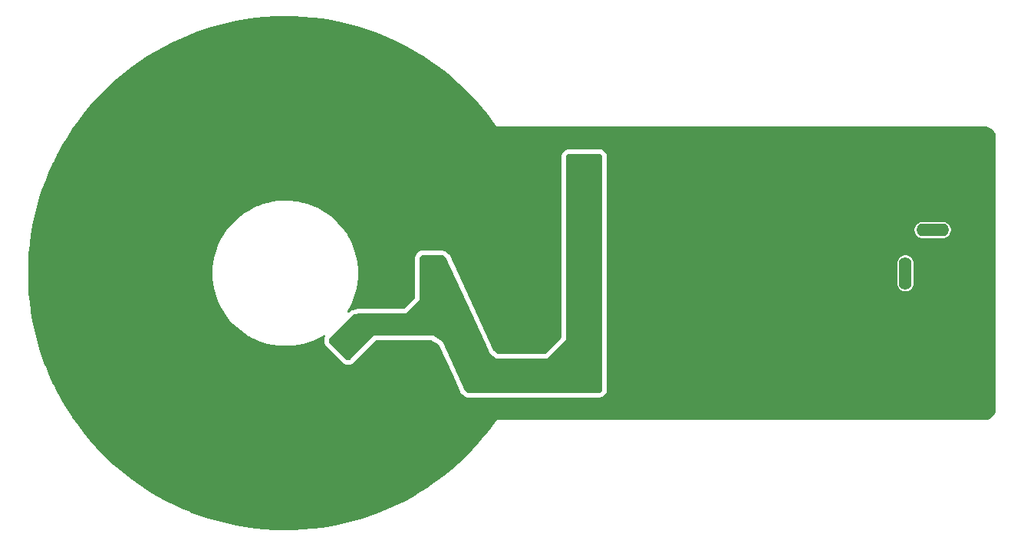
<source format=gbl>
G04 #@! TF.GenerationSoftware,KiCad,Pcbnew,7.0.10*
G04 #@! TF.CreationDate,2024-05-27T20:12:39-07:00*
G04 #@! TF.ProjectId,K40-LED_PCB,4b34302d-4c45-4445-9f50-43422e6b6963,rev?*
G04 #@! TF.SameCoordinates,Original*
G04 #@! TF.FileFunction,Copper,L2,Bot*
G04 #@! TF.FilePolarity,Positive*
%FSLAX46Y46*%
G04 Gerber Fmt 4.6, Leading zero omitted, Abs format (unit mm)*
G04 Created by KiCad (PCBNEW 7.0.10) date 2024-05-27 20:12:39*
%MOMM*%
%LPD*%
G01*
G04 APERTURE LIST*
G04 #@! TA.AperFunction,ComponentPad*
%ADD10C,0.400000*%
G04 #@! TD*
G04 #@! TA.AperFunction,ComponentPad*
%ADD11O,1.400000X3.600000*%
G04 #@! TD*
G04 #@! TA.AperFunction,ComponentPad*
%ADD12O,3.600000X1.400000*%
G04 #@! TD*
G04 #@! TA.AperFunction,ViaPad*
%ADD13C,0.800000*%
G04 #@! TD*
G04 APERTURE END LIST*
D10*
X108749200Y-90006100D03*
X108749200Y-90606100D03*
X108749200Y-91206100D03*
X108749200Y-91806100D03*
X108749200Y-92406100D03*
X108749200Y-93006100D03*
X108749200Y-93606100D03*
X109448700Y-90006100D03*
X109448700Y-90606100D03*
X109448700Y-91206100D03*
X109448700Y-91806100D03*
X109448700Y-92406100D03*
X109448700Y-93006100D03*
X109448700Y-93606100D03*
X133336721Y-83415478D03*
X132912457Y-82991214D03*
X132488193Y-82566950D03*
X132063929Y-82142686D03*
X131639665Y-81718422D03*
X131215401Y-81294158D03*
X130791137Y-80869894D03*
X131993572Y-83061571D03*
X131569308Y-82637307D03*
X131145044Y-82213043D03*
X132842100Y-83910100D03*
X132417836Y-83485836D03*
X130720779Y-81788779D03*
X130296515Y-81364515D03*
X124206100Y-78144300D03*
X123606100Y-78144300D03*
X123006100Y-78144300D03*
X122406100Y-78144300D03*
X121806100Y-78144300D03*
X121206100Y-78144300D03*
X120606100Y-78144300D03*
X124206100Y-78843800D03*
X123606100Y-78843800D03*
X123006100Y-78843800D03*
X122406100Y-78843800D03*
X121806100Y-78843800D03*
X121206100Y-78843800D03*
X120606100Y-78843800D03*
X120602700Y-105456000D03*
X121202700Y-105456000D03*
X121802700Y-105456000D03*
X122402700Y-105456000D03*
X123002700Y-105456000D03*
X123602700Y-105456000D03*
X124202700Y-105456000D03*
X120602700Y-104756500D03*
X121202700Y-104756500D03*
X121802700Y-104756500D03*
X122402700Y-104756500D03*
X123002700Y-104756500D03*
X123602700Y-104756500D03*
X124202700Y-104756500D03*
X130778021Y-102730405D03*
X131202285Y-102306141D03*
X131626549Y-101881877D03*
X132050813Y-101457613D03*
X132475077Y-101033349D03*
X132899341Y-100609085D03*
X133323605Y-100184821D03*
X131131928Y-101387256D03*
X131556192Y-100962992D03*
X131980456Y-100538728D03*
X130283399Y-102235784D03*
X130707663Y-101811520D03*
X132404720Y-100114463D03*
X132828984Y-99690199D03*
X114027379Y-80888595D03*
X113603115Y-81312859D03*
X113178851Y-81737123D03*
X112754587Y-82161387D03*
X112330323Y-82585651D03*
X111906059Y-83009915D03*
X111481795Y-83434179D03*
X113673472Y-82231744D03*
X113249208Y-82656008D03*
X112824944Y-83080272D03*
X114522001Y-81383216D03*
X114097737Y-81807480D03*
X112400680Y-83504537D03*
X111976416Y-83928801D03*
X111481795Y-100184821D03*
X111906059Y-100609085D03*
X112330323Y-101033349D03*
X112754587Y-101457613D03*
X113178851Y-101881877D03*
X113603115Y-102306141D03*
X114027379Y-102730405D03*
X112824944Y-100538728D03*
X113249208Y-100962992D03*
X113673472Y-101387256D03*
X111976416Y-99690199D03*
X112400680Y-100114463D03*
X114097737Y-101811520D03*
X114522001Y-102235784D03*
X136056200Y-93609600D03*
X136056200Y-93009600D03*
X136056200Y-92409600D03*
X136056200Y-91809600D03*
X136056200Y-91209600D03*
X136056200Y-90609600D03*
X136056200Y-90009600D03*
X135356700Y-93609600D03*
X135356700Y-93009600D03*
X135356700Y-92409600D03*
X135356700Y-91809600D03*
X135356700Y-91209600D03*
X135356700Y-90609600D03*
X135356700Y-90009600D03*
D11*
X190842300Y-91827000D03*
X197092300Y-91827000D03*
D12*
X193842300Y-87027000D03*
D13*
X179501800Y-81534000D03*
X182041800Y-81534000D03*
X180771800Y-81534000D03*
X156641800Y-81534000D03*
X129794000Y-97459800D03*
X154101800Y-81534000D03*
X155371800Y-81534000D03*
X128930400Y-98323400D03*
X128041400Y-99212400D03*
G04 #@! TA.AperFunction,Conductor*
G36*
X157157477Y-78647685D02*
G01*
X157178119Y-78664319D01*
X157355481Y-78841681D01*
X157388966Y-78903004D01*
X157391800Y-78929362D01*
X157391800Y-104715238D01*
X157372115Y-104782277D01*
X157355481Y-104802919D01*
X157178119Y-104980281D01*
X157116796Y-105013766D01*
X157090438Y-105016600D01*
X153351800Y-105016600D01*
X153103380Y-105016879D01*
X153101833Y-105016880D01*
X147834000Y-105022800D01*
X145701629Y-105025195D01*
X142602675Y-105028678D01*
X142535616Y-105009069D01*
X142243230Y-104821219D01*
X142197468Y-104768421D01*
X142197417Y-104768309D01*
X142196638Y-104766600D01*
X139804167Y-99515865D01*
X139804166Y-99515864D01*
X139700509Y-99288368D01*
X139482716Y-99165625D01*
X139482716Y-99165624D01*
X139024472Y-98907368D01*
X138709400Y-98729800D01*
X138459401Y-98729800D01*
X132406199Y-98729800D01*
X132156200Y-98729800D01*
X131980217Y-98907367D01*
X131980217Y-98907368D01*
X129549052Y-101360434D01*
X129487879Y-101394194D01*
X129461256Y-101397147D01*
X129211547Y-101397707D01*
X129144464Y-101378173D01*
X129123588Y-101361388D01*
X127238381Y-99476181D01*
X127204896Y-99414858D01*
X127202062Y-99388779D01*
X127201958Y-99342267D01*
X127201496Y-99136829D01*
X127221030Y-99069748D01*
X127237416Y-99049272D01*
X129673765Y-96590975D01*
X129695482Y-96573513D01*
X130039742Y-96355473D01*
X130085149Y-96338012D01*
X130495161Y-96267779D01*
X130516096Y-96266000D01*
X135487600Y-96266000D01*
X135737600Y-96266000D01*
X136474200Y-95491300D01*
X137038535Y-94897776D01*
X137038535Y-94897774D01*
X137210800Y-94716600D01*
X137210800Y-93802200D01*
X137210800Y-90115762D01*
X137230485Y-90048723D01*
X137247119Y-90028081D01*
X137424481Y-89850719D01*
X137485804Y-89817234D01*
X137512162Y-89814400D01*
X139693049Y-89814400D01*
X139759997Y-89834026D01*
X140053053Y-90022000D01*
X140098809Y-90074666D01*
X142940193Y-96267780D01*
X144803928Y-100330000D01*
X144955837Y-100661101D01*
X145643600Y-101219000D01*
X151134000Y-101219000D01*
X151384000Y-101219000D01*
X153351800Y-99161600D01*
X153351800Y-78929362D01*
X153371485Y-78862323D01*
X153388119Y-78841681D01*
X153565481Y-78664319D01*
X153626804Y-78630834D01*
X153653162Y-78628000D01*
X157090438Y-78628000D01*
X157157477Y-78647685D01*
G37*
G04 #@! TD.AperFunction*
G04 #@! TA.AperFunction,Conductor*
G36*
X123286981Y-63409117D02*
G01*
X123291642Y-63409262D01*
X124344238Y-63461763D01*
X124348904Y-63462084D01*
X125398747Y-63553750D01*
X125403388Y-63554242D01*
X126449155Y-63684955D01*
X126453723Y-63685613D01*
X127493879Y-63855185D01*
X127498466Y-63856021D01*
X128531589Y-64064220D01*
X128536143Y-64065227D01*
X129560782Y-64311760D01*
X129565286Y-64312933D01*
X130580046Y-64597463D01*
X130584448Y-64598786D01*
X131587957Y-64920933D01*
X131592323Y-64922425D01*
X132583085Y-65281707D01*
X132587438Y-65283378D01*
X133564115Y-65679307D01*
X133568405Y-65681140D01*
X134529666Y-66113178D01*
X134533866Y-66115161D01*
X135478363Y-66582701D01*
X135482487Y-66584839D01*
X136408925Y-67087241D01*
X136412988Y-67089544D01*
X137320035Y-67626085D01*
X137324030Y-67628549D01*
X137603540Y-67808266D01*
X138210466Y-68198503D01*
X138214327Y-68201087D01*
X138575013Y-68452468D01*
X139078931Y-68803674D01*
X139082731Y-68806429D01*
X139924270Y-69440784D01*
X139927965Y-69443679D01*
X140745302Y-70108948D01*
X140748860Y-70111956D01*
X141540856Y-70807211D01*
X141544300Y-70810349D01*
X141880366Y-71128295D01*
X142309855Y-71534627D01*
X142313204Y-71537916D01*
X143051226Y-72290181D01*
X143054444Y-72293586D01*
X143763970Y-73072858D01*
X143767034Y-73076352D01*
X143986431Y-73336128D01*
X144447010Y-73881475D01*
X144449971Y-73885116D01*
X145099491Y-74715010D01*
X145102315Y-74718760D01*
X145711662Y-75560105D01*
X145721063Y-75576922D01*
X145721996Y-75577855D01*
X145723790Y-75580000D01*
X145726581Y-75580969D01*
X145726582Y-75580970D01*
X145730227Y-75582236D01*
X145737110Y-75584855D01*
X145740786Y-75586378D01*
X145754688Y-75586658D01*
X145765211Y-75585100D01*
X199589091Y-75585100D01*
X199598980Y-75585489D01*
X199627573Y-75587740D01*
X199775704Y-75599402D01*
X199795225Y-75602494D01*
X199962782Y-75642726D01*
X199981576Y-75648833D01*
X200140781Y-75714782D01*
X200158390Y-75723756D01*
X200305316Y-75813796D01*
X200321293Y-75825404D01*
X200452332Y-75937327D01*
X200466304Y-75951300D01*
X200578210Y-76082328D01*
X200589828Y-76098319D01*
X200616047Y-76141105D01*
X200679862Y-76245245D01*
X200688837Y-76262861D01*
X200754774Y-76422051D01*
X200760884Y-76440855D01*
X200801109Y-76608408D01*
X200804202Y-76627934D01*
X200810600Y-76709218D01*
X200818153Y-76805200D01*
X200818541Y-76815068D01*
X200818541Y-106804643D01*
X200818153Y-106814530D01*
X200804242Y-106991273D01*
X200801149Y-107010799D01*
X200760924Y-107178355D01*
X200754814Y-107197160D01*
X200688874Y-107356355D01*
X200679899Y-107373970D01*
X200589863Y-107520901D01*
X200578241Y-107536897D01*
X200466336Y-107667924D01*
X200452356Y-107681905D01*
X200321324Y-107793821D01*
X200305329Y-107805442D01*
X200158408Y-107895480D01*
X200140793Y-107904456D01*
X199981601Y-107970401D01*
X199962796Y-107976512D01*
X199795235Y-108016744D01*
X199775708Y-108019837D01*
X199599502Y-108033711D01*
X199589612Y-108034100D01*
X145765211Y-108034100D01*
X145754688Y-108032541D01*
X145740789Y-108032821D01*
X145737090Y-108034353D01*
X145730251Y-108036954D01*
X145723806Y-108039193D01*
X145722059Y-108041281D01*
X145721064Y-108042275D01*
X145711663Y-108059091D01*
X145102315Y-108900439D01*
X145099491Y-108904189D01*
X144449971Y-109734083D01*
X144447010Y-109737724D01*
X143767050Y-110542829D01*
X143763955Y-110546359D01*
X143054450Y-111325607D01*
X143051226Y-111329018D01*
X142313204Y-112081283D01*
X142309855Y-112084572D01*
X141544313Y-112808838D01*
X141540843Y-112812000D01*
X140748873Y-113507232D01*
X140745289Y-113510262D01*
X139927965Y-114175520D01*
X139924270Y-114178415D01*
X139082731Y-114812770D01*
X139078931Y-114815525D01*
X138214347Y-115418098D01*
X138210446Y-115420710D01*
X137324030Y-115990650D01*
X137320035Y-115993114D01*
X136412988Y-116529655D01*
X136408904Y-116531970D01*
X135482508Y-117034349D01*
X135478341Y-117036509D01*
X134533888Y-117504027D01*
X134529643Y-117506031D01*
X133568418Y-117938053D01*
X133564102Y-117939897D01*
X132587453Y-118335815D01*
X132583071Y-118337497D01*
X131592361Y-118696761D01*
X131587919Y-118698279D01*
X130584495Y-119020399D01*
X130579999Y-119021750D01*
X129565305Y-119306261D01*
X129560763Y-119307444D01*
X128536157Y-119553969D01*
X128531574Y-119554982D01*
X127498481Y-119763175D01*
X127493863Y-119764016D01*
X126453762Y-119933580D01*
X126449115Y-119934249D01*
X125403401Y-120064955D01*
X125398734Y-120065450D01*
X124348912Y-120157114D01*
X124344229Y-120157436D01*
X123291657Y-120209936D01*
X123286965Y-120210082D01*
X122233227Y-120223339D01*
X122228533Y-120223311D01*
X121174977Y-120197309D01*
X121170288Y-120197105D01*
X120118506Y-120131884D01*
X120113827Y-120131507D01*
X119065137Y-120027147D01*
X119060475Y-120026595D01*
X118016426Y-119883251D01*
X118011789Y-119882526D01*
X116973814Y-119700396D01*
X116969206Y-119699499D01*
X115938716Y-119478829D01*
X115934146Y-119477761D01*
X114912591Y-119218861D01*
X114908063Y-119217623D01*
X113896864Y-118920854D01*
X113892385Y-118919448D01*
X112892961Y-118585226D01*
X112888538Y-118583655D01*
X111902237Y-118212433D01*
X111897875Y-118210698D01*
X110926082Y-117802994D01*
X110921789Y-117801098D01*
X109965870Y-117357488D01*
X109961649Y-117355433D01*
X109332276Y-117034349D01*
X109022886Y-116876509D01*
X109018772Y-116874312D01*
X108405310Y-116531970D01*
X108098514Y-116360762D01*
X108094459Y-116358399D01*
X107193974Y-115810933D01*
X107190009Y-115808420D01*
X106310533Y-115227788D01*
X106306665Y-115225129D01*
X105449449Y-114612157D01*
X105445682Y-114609356D01*
X104611884Y-113964874D01*
X104608224Y-113961935D01*
X103798994Y-113286832D01*
X103795446Y-113283758D01*
X103453988Y-112976617D01*
X103011932Y-112578988D01*
X103008505Y-112575787D01*
X102251790Y-111842327D01*
X102248481Y-111838998D01*
X101519611Y-111077862D01*
X101516428Y-111074412D01*
X101044054Y-110542829D01*
X100816378Y-110286615D01*
X100813366Y-110283094D01*
X100143152Y-109469777D01*
X100140269Y-109466144D01*
X99500818Y-108628434D01*
X99498046Y-108624659D01*
X98890244Y-107763715D01*
X98887618Y-107759844D01*
X98832642Y-107675467D01*
X98312309Y-106876864D01*
X98309847Y-106872928D01*
X97767801Y-105969089D01*
X97765473Y-105965037D01*
X97513879Y-105507714D01*
X97322785Y-105160361D01*
X97257519Y-105041726D01*
X97255333Y-105037572D01*
X96782095Y-104095933D01*
X96780066Y-104091700D01*
X96342255Y-103133139D01*
X96340384Y-103128834D01*
X95938554Y-102154566D01*
X95936846Y-102150194D01*
X95843150Y-101896613D01*
X95571592Y-101161660D01*
X95570074Y-101157304D01*
X95241868Y-100155773D01*
X95240506Y-100151337D01*
X94949845Y-99138323D01*
X94948655Y-99133864D01*
X94695918Y-98110680D01*
X94694889Y-98106154D01*
X94480446Y-97074307D01*
X94479587Y-97069747D01*
X94303733Y-96030663D01*
X94303036Y-96026021D01*
X94166010Y-94981135D01*
X94165486Y-94976471D01*
X94125754Y-94551121D01*
X94067469Y-93927158D01*
X94067121Y-93922487D01*
X94061807Y-93827500D01*
X94008258Y-92870287D01*
X94008084Y-92865612D01*
X93998847Y-92369785D01*
X93988454Y-91811908D01*
X93988454Y-91809605D01*
X114372308Y-91809605D01*
X114391870Y-92369770D01*
X114391871Y-92369785D01*
X114450458Y-92927211D01*
X114450460Y-92927221D01*
X114547791Y-93479212D01*
X114683388Y-94023062D01*
X114683397Y-94023093D01*
X114856600Y-94556155D01*
X114856604Y-94556167D01*
X115066565Y-95075840D01*
X115066573Y-95075858D01*
X115312281Y-95579634D01*
X115312287Y-95579644D01*
X115592534Y-96065049D01*
X115592540Y-96065058D01*
X115905970Y-96529738D01*
X115905977Y-96529748D01*
X116251053Y-96971424D01*
X116251072Y-96971446D01*
X116626105Y-97387965D01*
X116626110Y-97387970D01*
X117029315Y-97777341D01*
X117029319Y-97777344D01*
X117458697Y-98137635D01*
X117458700Y-98137637D01*
X117912152Y-98467090D01*
X117912169Y-98467102D01*
X118371150Y-98753904D01*
X118387504Y-98764123D01*
X118696495Y-98928417D01*
X118882395Y-99027262D01*
X118882398Y-99027264D01*
X118882401Y-99027265D01*
X118882408Y-99027269D01*
X119394462Y-99255250D01*
X119921172Y-99446957D01*
X120459972Y-99601455D01*
X121008237Y-99717992D01*
X121563295Y-99796001D01*
X122122443Y-99835100D01*
X122122457Y-99835100D01*
X122682943Y-99835100D01*
X122682957Y-99835100D01*
X123242105Y-99796001D01*
X123797163Y-99717992D01*
X124345428Y-99601455D01*
X124884228Y-99446957D01*
X125410938Y-99255250D01*
X125922992Y-99027269D01*
X126417896Y-98764123D01*
X126611558Y-98643109D01*
X126679926Y-98623974D01*
X126747787Y-98644839D01*
X126793596Y-98699080D01*
X126802807Y-98769477D01*
X126793057Y-98802050D01*
X126735692Y-98928407D01*
X126735687Y-98928421D01*
X126716155Y-98995494D01*
X126716154Y-98995499D01*
X126716154Y-98995502D01*
X126716149Y-98995530D01*
X126695997Y-99137957D01*
X126695997Y-99137963D01*
X126695997Y-99137965D01*
X126696563Y-99389915D01*
X126699521Y-99443390D01*
X126699522Y-99443402D01*
X126699523Y-99443414D01*
X126702355Y-99469476D01*
X126702355Y-99469477D01*
X126710946Y-99522306D01*
X126710948Y-99522313D01*
X126761226Y-99657110D01*
X126761229Y-99657117D01*
X126794714Y-99718441D01*
X126880939Y-99833623D01*
X126880942Y-99833626D01*
X128766132Y-101718817D01*
X128766146Y-101718830D01*
X128806837Y-101755341D01*
X128827713Y-101772126D01*
X128827727Y-101772137D01*
X128872120Y-101804036D01*
X128872128Y-101804041D01*
X128942724Y-101836089D01*
X129003137Y-101863515D01*
X129057563Y-101879363D01*
X129070216Y-101883048D01*
X129070224Y-101883050D01*
X129155320Y-101895089D01*
X129212681Y-101903206D01*
X129462390Y-101902646D01*
X129516984Y-101899566D01*
X129543607Y-101896613D01*
X129597545Y-101887655D01*
X129704657Y-101847156D01*
X129732120Y-101836773D01*
X129732131Y-101836768D01*
X129742060Y-101831288D01*
X129793300Y-101803010D01*
X129908094Y-101716270D01*
X132329942Y-99272604D01*
X132392101Y-99238301D01*
X132419436Y-99235300D01*
X138543702Y-99235300D01*
X138605565Y-99251532D01*
X139273039Y-99627706D01*
X139322563Y-99678577D01*
X139325835Y-99685230D01*
X140895877Y-103130985D01*
X141682622Y-104857649D01*
X141737485Y-104978055D01*
X141737675Y-104978471D01*
X141737677Y-104978474D01*
X141815481Y-105099504D01*
X141815484Y-105099507D01*
X141815487Y-105099512D01*
X141815486Y-105099512D01*
X141861236Y-105152295D01*
X141861239Y-105152298D01*
X141861243Y-105152302D01*
X141969993Y-105246509D01*
X141970001Y-105246514D01*
X141970002Y-105246515D01*
X142262298Y-105434307D01*
X142262358Y-105434376D01*
X142262372Y-105434355D01*
X142262795Y-105434627D01*
X142262802Y-105434631D01*
X142393730Y-105494246D01*
X142393734Y-105494247D01*
X142393742Y-105494251D01*
X142458569Y-105513207D01*
X142460205Y-105513719D01*
X142460786Y-105513855D01*
X142460801Y-105513860D01*
X142460804Y-105513861D01*
X142603243Y-105534178D01*
X153352368Y-105522100D01*
X157090438Y-105522100D01*
X157090449Y-105522100D01*
X157134962Y-105519713D01*
X157144478Y-105519203D01*
X157170836Y-105516369D01*
X157224248Y-105507714D01*
X157359057Y-105457432D01*
X157420380Y-105423947D01*
X157535561Y-105337723D01*
X157712923Y-105160361D01*
X157749088Y-105120100D01*
X157765722Y-105099458D01*
X157797367Y-105055574D01*
X157857138Y-104924697D01*
X157876823Y-104857658D01*
X157876824Y-104857654D01*
X157897300Y-104715238D01*
X157897300Y-92974197D01*
X189941800Y-92974197D01*
X189956625Y-93115256D01*
X190015118Y-93295278D01*
X190015122Y-93295286D01*
X190109765Y-93459214D01*
X190109766Y-93459216D01*
X190236426Y-93599886D01*
X190389567Y-93711149D01*
X190389567Y-93711150D01*
X190436912Y-93732229D01*
X190562497Y-93788144D01*
X190747654Y-93827500D01*
X190936946Y-93827500D01*
X191122103Y-93788144D01*
X191295030Y-93711151D01*
X191295030Y-93711150D01*
X191295032Y-93711150D01*
X191295032Y-93711149D01*
X191448171Y-93599888D01*
X191574833Y-93459216D01*
X191669479Y-93295284D01*
X191727974Y-93115256D01*
X191742800Y-92974192D01*
X191742800Y-90679808D01*
X191727974Y-90538744D01*
X191669479Y-90358716D01*
X191632755Y-90295109D01*
X191574834Y-90194785D01*
X191574833Y-90194783D01*
X191448173Y-90054113D01*
X191295032Y-89942850D01*
X191295032Y-89942849D01*
X191169445Y-89886934D01*
X191122103Y-89865856D01*
X191122101Y-89865855D01*
X191122100Y-89865855D01*
X190936946Y-89826500D01*
X190747654Y-89826500D01*
X190562499Y-89865855D01*
X190389567Y-89942849D01*
X190389567Y-89942850D01*
X190236426Y-90054113D01*
X190109766Y-90194783D01*
X190109765Y-90194785D01*
X190015122Y-90358713D01*
X190015118Y-90358721D01*
X189956625Y-90538743D01*
X189941800Y-90679802D01*
X189941800Y-92974197D01*
X157897300Y-92974197D01*
X157897300Y-87121646D01*
X191841800Y-87121646D01*
X191881155Y-87306800D01*
X191958150Y-87479732D01*
X192069413Y-87632873D01*
X192210083Y-87759533D01*
X192210085Y-87759534D01*
X192310409Y-87817455D01*
X192374016Y-87854179D01*
X192374018Y-87854179D01*
X192374021Y-87854181D01*
X192554044Y-87912674D01*
X192554041Y-87912674D01*
X192618999Y-87919500D01*
X192695108Y-87927500D01*
X192695111Y-87927500D01*
X194989489Y-87927500D01*
X194989492Y-87927500D01*
X195130556Y-87912674D01*
X195310584Y-87854179D01*
X195474516Y-87759533D01*
X195615188Y-87632871D01*
X195726451Y-87479730D01*
X195803444Y-87306803D01*
X195842800Y-87121646D01*
X195842800Y-86932354D01*
X195803444Y-86747197D01*
X195726451Y-86574270D01*
X195708440Y-86549479D01*
X195615186Y-86421126D01*
X195474516Y-86294466D01*
X195474514Y-86294465D01*
X195310586Y-86199822D01*
X195310578Y-86199818D01*
X195130555Y-86141325D01*
X195130558Y-86141325D01*
X194989497Y-86126500D01*
X194989492Y-86126500D01*
X192695108Y-86126500D01*
X192695102Y-86126500D01*
X192554043Y-86141325D01*
X192374021Y-86199818D01*
X192374013Y-86199822D01*
X192210085Y-86294465D01*
X192210083Y-86294466D01*
X192069413Y-86421126D01*
X191958150Y-86574267D01*
X191958149Y-86574267D01*
X191881155Y-86747199D01*
X191841800Y-86932353D01*
X191841800Y-87121646D01*
X157897300Y-87121646D01*
X157897300Y-78929362D01*
X157897300Y-78929356D01*
X157897300Y-78929350D01*
X157894404Y-78875342D01*
X157894403Y-78875322D01*
X157891569Y-78848964D01*
X157882914Y-78795552D01*
X157832632Y-78660743D01*
X157799147Y-78599420D01*
X157712923Y-78484239D01*
X157535561Y-78306877D01*
X157495300Y-78270712D01*
X157474658Y-78254078D01*
X157430774Y-78222433D01*
X157430771Y-78222431D01*
X157430769Y-78222430D01*
X157299902Y-78162663D01*
X157232863Y-78142978D01*
X157232849Y-78142975D01*
X157090443Y-78122500D01*
X157090438Y-78122500D01*
X153653162Y-78122500D01*
X153653151Y-78122500D01*
X153599142Y-78125395D01*
X153599110Y-78125398D01*
X153572793Y-78128227D01*
X153572785Y-78128228D01*
X153572771Y-78128230D01*
X153572764Y-78128231D01*
X153519352Y-78136886D01*
X153519348Y-78136887D01*
X153519344Y-78136888D01*
X153384551Y-78187164D01*
X153384544Y-78187167D01*
X153323220Y-78220652D01*
X153208040Y-78306876D01*
X153030682Y-78484233D01*
X152994511Y-78524501D01*
X152977882Y-78545136D01*
X152946230Y-78589030D01*
X152886463Y-78719897D01*
X152866778Y-78786936D01*
X152866775Y-78786950D01*
X152846300Y-78929356D01*
X152846300Y-98908219D01*
X152826298Y-98976340D01*
X152811356Y-98995310D01*
X151205208Y-100674591D01*
X151143669Y-100709994D01*
X151114152Y-100713500D01*
X145867525Y-100713500D01*
X145799404Y-100693498D01*
X145788148Y-100685354D01*
X145388892Y-100361485D01*
X145353749Y-100316177D01*
X140558260Y-89863871D01*
X140480407Y-89743135D01*
X140434651Y-89690469D01*
X140434650Y-89690467D01*
X140325976Y-89596508D01*
X140032921Y-89408535D01*
X139902201Y-89348940D01*
X139835248Y-89329312D01*
X139693055Y-89308900D01*
X139693049Y-89308900D01*
X137512162Y-89308900D01*
X137512151Y-89308900D01*
X137458142Y-89311795D01*
X137458110Y-89311798D01*
X137431793Y-89314627D01*
X137431785Y-89314628D01*
X137431771Y-89314630D01*
X137431764Y-89314631D01*
X137378352Y-89323286D01*
X137378348Y-89323287D01*
X137378344Y-89323288D01*
X137243551Y-89373564D01*
X137243544Y-89373567D01*
X137182220Y-89407052D01*
X137067040Y-89493276D01*
X136889682Y-89670633D01*
X136853511Y-89710901D01*
X136836882Y-89731536D01*
X136805230Y-89775430D01*
X136745463Y-89906297D01*
X136725778Y-89973336D01*
X136725775Y-89973350D01*
X136705300Y-90115756D01*
X136705300Y-94464299D01*
X136685298Y-94532420D01*
X136670613Y-94551121D01*
X135557963Y-95721322D01*
X135496528Y-95756906D01*
X135466650Y-95760500D01*
X130516096Y-95760500D01*
X130509981Y-95760759D01*
X130473282Y-95762315D01*
X130452370Y-95764092D01*
X130409806Y-95769536D01*
X129999805Y-95839768D01*
X129999803Y-95839768D01*
X129903708Y-95866196D01*
X129903703Y-95866198D01*
X129858318Y-95883650D01*
X129813786Y-95906039D01*
X129769265Y-95928422D01*
X129769261Y-95928424D01*
X129769254Y-95928428D01*
X129449004Y-96131261D01*
X129380753Y-96150812D01*
X129312766Y-96130360D01*
X129266629Y-96076398D01*
X129256990Y-96006059D01*
X129272467Y-95961815D01*
X129493113Y-95579644D01*
X129493118Y-95579634D01*
X129505913Y-95553401D01*
X129738828Y-95075855D01*
X129948800Y-94556156D01*
X130122008Y-94023076D01*
X130257609Y-93479212D01*
X130354941Y-92927215D01*
X130413530Y-92369772D01*
X130433092Y-91809600D01*
X130413530Y-91249428D01*
X130354941Y-90691985D01*
X130257609Y-90139988D01*
X130122008Y-89596124D01*
X129948800Y-89063044D01*
X129884496Y-88903888D01*
X129738834Y-88543359D01*
X129738826Y-88543341D01*
X129493118Y-88039565D01*
X129493117Y-88039564D01*
X129493115Y-88039559D01*
X129258314Y-87632871D01*
X129212865Y-87554150D01*
X129212859Y-87554141D01*
X128899429Y-87089461D01*
X128899422Y-87089451D01*
X128554346Y-86647775D01*
X128554341Y-86647770D01*
X128554337Y-86647764D01*
X128465841Y-86549479D01*
X128179294Y-86231234D01*
X128179289Y-86231229D01*
X127776084Y-85841858D01*
X127381496Y-85510760D01*
X127346703Y-85481565D01*
X127346699Y-85481562D01*
X126893247Y-85152109D01*
X126893230Y-85152097D01*
X126417905Y-84855082D01*
X126417898Y-84855078D01*
X125923004Y-84591937D01*
X125923001Y-84591935D01*
X125917675Y-84589563D01*
X125410938Y-84363950D01*
X124884228Y-84172243D01*
X124884220Y-84172240D01*
X124884209Y-84172237D01*
X124345436Y-84017747D01*
X124345432Y-84017746D01*
X124345428Y-84017745D01*
X123797163Y-83901208D01*
X123797162Y-83901207D01*
X123797158Y-83901207D01*
X123361350Y-83839958D01*
X123242105Y-83823199D01*
X123242103Y-83823198D01*
X123242097Y-83823198D01*
X122682959Y-83784100D01*
X122682957Y-83784100D01*
X122122443Y-83784100D01*
X122122440Y-83784100D01*
X121563302Y-83823198D01*
X121008241Y-83901207D01*
X120459963Y-84017747D01*
X119921190Y-84172237D01*
X119921166Y-84172245D01*
X119394467Y-84363948D01*
X119394462Y-84363950D01*
X119278068Y-84415772D01*
X118882398Y-84591935D01*
X118882395Y-84591937D01*
X118387501Y-84855078D01*
X118387494Y-84855082D01*
X117912169Y-85152097D01*
X117912152Y-85152109D01*
X117458700Y-85481562D01*
X117029315Y-85841858D01*
X116626110Y-86231229D01*
X116626105Y-86231234D01*
X116251072Y-86647753D01*
X116251053Y-86647775D01*
X115905977Y-87089451D01*
X115905970Y-87089461D01*
X115592540Y-87554141D01*
X115592534Y-87554150D01*
X115312287Y-88039555D01*
X115312281Y-88039565D01*
X115066573Y-88543341D01*
X115066565Y-88543359D01*
X114856604Y-89063032D01*
X114856600Y-89063044D01*
X114683397Y-89596106D01*
X114683388Y-89596137D01*
X114547791Y-90139987D01*
X114450460Y-90691978D01*
X114450458Y-90691988D01*
X114391871Y-91249414D01*
X114391870Y-91249429D01*
X114372308Y-91809594D01*
X114372308Y-91809605D01*
X93988454Y-91809605D01*
X93988454Y-91807291D01*
X94008084Y-90753568D01*
X94008259Y-90748896D01*
X94012125Y-90679802D01*
X94067122Y-89696698D01*
X94067470Y-89692031D01*
X94069469Y-89670639D01*
X94165486Y-88642722D01*
X94166010Y-88638064D01*
X94178432Y-88543345D01*
X94303036Y-87593172D01*
X94303733Y-87588536D01*
X94479588Y-86549443D01*
X94480444Y-86544902D01*
X94694892Y-85513034D01*
X94695915Y-85508530D01*
X94948658Y-84485322D01*
X94949842Y-84480889D01*
X95240510Y-83467847D01*
X95241863Y-83463441D01*
X95570079Y-82461878D01*
X95571586Y-82457556D01*
X95936849Y-81468995D01*
X95938554Y-81464633D01*
X96340384Y-80490365D01*
X96342255Y-80486060D01*
X96572705Y-79981504D01*
X96780083Y-79527461D01*
X96782077Y-79523302D01*
X97255336Y-78581621D01*
X97257519Y-78577473D01*
X97308811Y-78484239D01*
X97765496Y-77654120D01*
X97767787Y-77650132D01*
X98309862Y-76746247D01*
X98312294Y-76742359D01*
X98887644Y-75859316D01*
X98890227Y-75855509D01*
X99498071Y-74994504D01*
X99500799Y-74990790D01*
X100140290Y-74153029D01*
X100143130Y-74149447D01*
X100813388Y-73336077D01*
X100816355Y-73332610D01*
X101516452Y-72544759D01*
X101519586Y-72541363D01*
X102248503Y-71780178D01*
X102251767Y-71776894D01*
X103008536Y-71043382D01*
X103011903Y-71040238D01*
X103795483Y-70335408D01*
X103798957Y-70332398D01*
X104608239Y-69657251D01*
X104611868Y-69654337D01*
X105445709Y-69009822D01*
X105449421Y-69007062D01*
X106306699Y-68394046D01*
X106310499Y-68391434D01*
X107190033Y-67810763D01*
X107193949Y-67808281D01*
X108094482Y-67260786D01*
X108098491Y-67258450D01*
X109018814Y-66744864D01*
X109022844Y-66742712D01*
X109961679Y-66263751D01*
X109965840Y-66261725D01*
X110921806Y-65818093D01*
X110926064Y-65816212D01*
X111897903Y-65408489D01*
X111902209Y-65406777D01*
X112888550Y-65035539D01*
X112892948Y-65033977D01*
X113892421Y-64699739D01*
X113896828Y-64698356D01*
X114908111Y-64401562D01*
X114912543Y-64400351D01*
X115934174Y-64141431D01*
X115938687Y-64140376D01*
X116969254Y-63919690D01*
X116973766Y-63918812D01*
X118011799Y-63736671D01*
X118016415Y-63735949D01*
X119060477Y-63592603D01*
X119065137Y-63592052D01*
X120113852Y-63487689D01*
X120118480Y-63487317D01*
X121170323Y-63422092D01*
X121174942Y-63421891D01*
X122228569Y-63395887D01*
X122233191Y-63395860D01*
X123286981Y-63409117D01*
G37*
G04 #@! TD.AperFunction*
M02*

</source>
